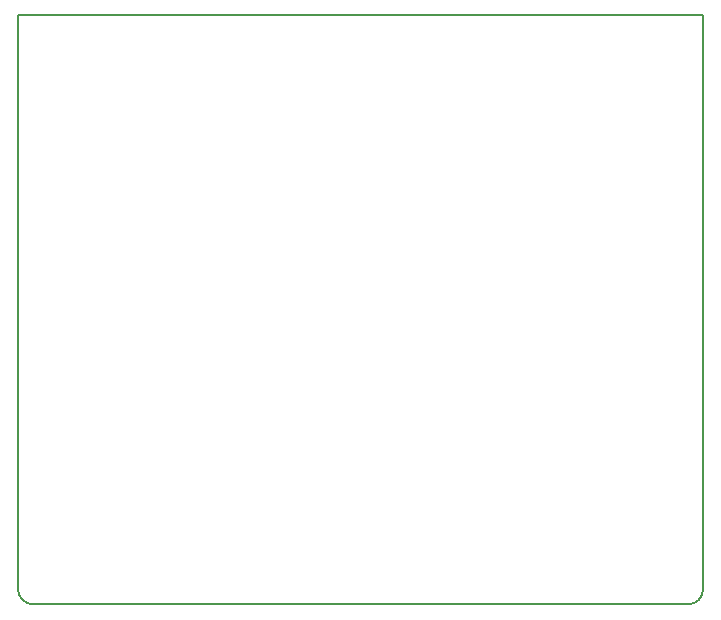
<source format=gbr>
G04 #@! TF.GenerationSoftware,KiCad,Pcbnew,5.0.2-bee76a0~70~ubuntu18.04.1*
G04 #@! TF.CreationDate,2021-04-24T13:54:54-04:00*
G04 #@! TF.ProjectId,SimpleC64Cart,53696d70-6c65-4433-9634-436172742e6b,rev?*
G04 #@! TF.SameCoordinates,Original*
G04 #@! TF.FileFunction,Profile,NP*
%FSLAX46Y46*%
G04 Gerber Fmt 4.6, Leading zero omitted, Abs format (unit mm)*
G04 Created by KiCad (PCBNEW 5.0.2-bee76a0~70~ubuntu18.04.1) date Sat 24 Apr 2021 01:54:54 PM EDT*
%MOMM*%
%LPD*%
G01*
G04 APERTURE LIST*
%ADD10C,0.150000*%
G04 APERTURE END LIST*
D10*
X119501100Y-79556100D02*
X119501100Y-128181100D01*
X120770000Y-129450000D02*
G75*
G02X119500000Y-128180000I0J1270000D01*
G01*
X120771100Y-129451100D02*
X176231100Y-129451100D01*
X177500000Y-128180000D02*
G75*
G02X176230000Y-129450000I-1270000J0D01*
G01*
X177501100Y-128181100D02*
X177501100Y-79556100D01*
X177501100Y-79556100D02*
X119501100Y-79556100D01*
M02*

</source>
